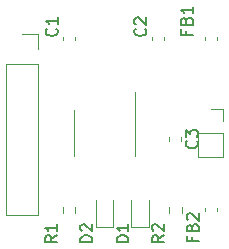
<source format=gto>
%TF.GenerationSoftware,KiCad,Pcbnew,7.0.9*%
%TF.CreationDate,2024-04-03T22:09:18+09:00*%
%TF.ProjectId,max31855,6d617833-3138-4353-952e-6b696361645f,rev?*%
%TF.SameCoordinates,Original*%
%TF.FileFunction,Legend,Top*%
%TF.FilePolarity,Positive*%
%FSLAX46Y46*%
G04 Gerber Fmt 4.6, Leading zero omitted, Abs format (unit mm)*
G04 Created by KiCad (PCBNEW 7.0.9) date 2024-04-03 22:09:18*
%MOMM*%
%LPD*%
G01*
G04 APERTURE LIST*
%ADD10C,0.150000*%
%ADD11C,0.120000*%
G04 APERTURE END LIST*
D10*
X128431009Y-120333333D02*
X128431009Y-120666666D01*
X128954819Y-120666666D02*
X127954819Y-120666666D01*
X127954819Y-120666666D02*
X127954819Y-120190476D01*
X128431009Y-119476190D02*
X128478628Y-119333333D01*
X128478628Y-119333333D02*
X128526247Y-119285714D01*
X128526247Y-119285714D02*
X128621485Y-119238095D01*
X128621485Y-119238095D02*
X128764342Y-119238095D01*
X128764342Y-119238095D02*
X128859580Y-119285714D01*
X128859580Y-119285714D02*
X128907200Y-119333333D01*
X128907200Y-119333333D02*
X128954819Y-119428571D01*
X128954819Y-119428571D02*
X128954819Y-119809523D01*
X128954819Y-119809523D02*
X127954819Y-119809523D01*
X127954819Y-119809523D02*
X127954819Y-119476190D01*
X127954819Y-119476190D02*
X128002438Y-119380952D01*
X128002438Y-119380952D02*
X128050057Y-119333333D01*
X128050057Y-119333333D02*
X128145295Y-119285714D01*
X128145295Y-119285714D02*
X128240533Y-119285714D01*
X128240533Y-119285714D02*
X128335771Y-119333333D01*
X128335771Y-119333333D02*
X128383390Y-119380952D01*
X128383390Y-119380952D02*
X128431009Y-119476190D01*
X128431009Y-119476190D02*
X128431009Y-119809523D01*
X128050057Y-118857142D02*
X128002438Y-118809523D01*
X128002438Y-118809523D02*
X127954819Y-118714285D01*
X127954819Y-118714285D02*
X127954819Y-118476190D01*
X127954819Y-118476190D02*
X128002438Y-118380952D01*
X128002438Y-118380952D02*
X128050057Y-118333333D01*
X128050057Y-118333333D02*
X128145295Y-118285714D01*
X128145295Y-118285714D02*
X128240533Y-118285714D01*
X128240533Y-118285714D02*
X128383390Y-118333333D01*
X128383390Y-118333333D02*
X128954819Y-118904761D01*
X128954819Y-118904761D02*
X128954819Y-118285714D01*
X127931009Y-102833333D02*
X127931009Y-103166666D01*
X128454819Y-103166666D02*
X127454819Y-103166666D01*
X127454819Y-103166666D02*
X127454819Y-102690476D01*
X127931009Y-101976190D02*
X127978628Y-101833333D01*
X127978628Y-101833333D02*
X128026247Y-101785714D01*
X128026247Y-101785714D02*
X128121485Y-101738095D01*
X128121485Y-101738095D02*
X128264342Y-101738095D01*
X128264342Y-101738095D02*
X128359580Y-101785714D01*
X128359580Y-101785714D02*
X128407200Y-101833333D01*
X128407200Y-101833333D02*
X128454819Y-101928571D01*
X128454819Y-101928571D02*
X128454819Y-102309523D01*
X128454819Y-102309523D02*
X127454819Y-102309523D01*
X127454819Y-102309523D02*
X127454819Y-101976190D01*
X127454819Y-101976190D02*
X127502438Y-101880952D01*
X127502438Y-101880952D02*
X127550057Y-101833333D01*
X127550057Y-101833333D02*
X127645295Y-101785714D01*
X127645295Y-101785714D02*
X127740533Y-101785714D01*
X127740533Y-101785714D02*
X127835771Y-101833333D01*
X127835771Y-101833333D02*
X127883390Y-101880952D01*
X127883390Y-101880952D02*
X127931009Y-101976190D01*
X127931009Y-101976190D02*
X127931009Y-102309523D01*
X128454819Y-100785714D02*
X128454819Y-101357142D01*
X128454819Y-101071428D02*
X127454819Y-101071428D01*
X127454819Y-101071428D02*
X127597676Y-101166666D01*
X127597676Y-101166666D02*
X127692914Y-101261904D01*
X127692914Y-101261904D02*
X127740533Y-101357142D01*
X128789580Y-112166666D02*
X128837200Y-112214285D01*
X128837200Y-112214285D02*
X128884819Y-112357142D01*
X128884819Y-112357142D02*
X128884819Y-112452380D01*
X128884819Y-112452380D02*
X128837200Y-112595237D01*
X128837200Y-112595237D02*
X128741961Y-112690475D01*
X128741961Y-112690475D02*
X128646723Y-112738094D01*
X128646723Y-112738094D02*
X128456247Y-112785713D01*
X128456247Y-112785713D02*
X128313390Y-112785713D01*
X128313390Y-112785713D02*
X128122914Y-112738094D01*
X128122914Y-112738094D02*
X128027676Y-112690475D01*
X128027676Y-112690475D02*
X127932438Y-112595237D01*
X127932438Y-112595237D02*
X127884819Y-112452380D01*
X127884819Y-112452380D02*
X127884819Y-112357142D01*
X127884819Y-112357142D02*
X127932438Y-112214285D01*
X127932438Y-112214285D02*
X127980057Y-112166666D01*
X127884819Y-111833332D02*
X127884819Y-111214285D01*
X127884819Y-111214285D02*
X128265771Y-111547618D01*
X128265771Y-111547618D02*
X128265771Y-111404761D01*
X128265771Y-111404761D02*
X128313390Y-111309523D01*
X128313390Y-111309523D02*
X128361009Y-111261904D01*
X128361009Y-111261904D02*
X128456247Y-111214285D01*
X128456247Y-111214285D02*
X128694342Y-111214285D01*
X128694342Y-111214285D02*
X128789580Y-111261904D01*
X128789580Y-111261904D02*
X128837200Y-111309523D01*
X128837200Y-111309523D02*
X128884819Y-111404761D01*
X128884819Y-111404761D02*
X128884819Y-111690475D01*
X128884819Y-111690475D02*
X128837200Y-111785713D01*
X128837200Y-111785713D02*
X128789580Y-111833332D01*
X124429580Y-102666666D02*
X124477200Y-102714285D01*
X124477200Y-102714285D02*
X124524819Y-102857142D01*
X124524819Y-102857142D02*
X124524819Y-102952380D01*
X124524819Y-102952380D02*
X124477200Y-103095237D01*
X124477200Y-103095237D02*
X124381961Y-103190475D01*
X124381961Y-103190475D02*
X124286723Y-103238094D01*
X124286723Y-103238094D02*
X124096247Y-103285713D01*
X124096247Y-103285713D02*
X123953390Y-103285713D01*
X123953390Y-103285713D02*
X123762914Y-103238094D01*
X123762914Y-103238094D02*
X123667676Y-103190475D01*
X123667676Y-103190475D02*
X123572438Y-103095237D01*
X123572438Y-103095237D02*
X123524819Y-102952380D01*
X123524819Y-102952380D02*
X123524819Y-102857142D01*
X123524819Y-102857142D02*
X123572438Y-102714285D01*
X123572438Y-102714285D02*
X123620057Y-102666666D01*
X123620057Y-102285713D02*
X123572438Y-102238094D01*
X123572438Y-102238094D02*
X123524819Y-102142856D01*
X123524819Y-102142856D02*
X123524819Y-101904761D01*
X123524819Y-101904761D02*
X123572438Y-101809523D01*
X123572438Y-101809523D02*
X123620057Y-101761904D01*
X123620057Y-101761904D02*
X123715295Y-101714285D01*
X123715295Y-101714285D02*
X123810533Y-101714285D01*
X123810533Y-101714285D02*
X123953390Y-101761904D01*
X123953390Y-101761904D02*
X124524819Y-102333332D01*
X124524819Y-102333332D02*
X124524819Y-101714285D01*
X116929580Y-102666666D02*
X116977200Y-102714285D01*
X116977200Y-102714285D02*
X117024819Y-102857142D01*
X117024819Y-102857142D02*
X117024819Y-102952380D01*
X117024819Y-102952380D02*
X116977200Y-103095237D01*
X116977200Y-103095237D02*
X116881961Y-103190475D01*
X116881961Y-103190475D02*
X116786723Y-103238094D01*
X116786723Y-103238094D02*
X116596247Y-103285713D01*
X116596247Y-103285713D02*
X116453390Y-103285713D01*
X116453390Y-103285713D02*
X116262914Y-103238094D01*
X116262914Y-103238094D02*
X116167676Y-103190475D01*
X116167676Y-103190475D02*
X116072438Y-103095237D01*
X116072438Y-103095237D02*
X116024819Y-102952380D01*
X116024819Y-102952380D02*
X116024819Y-102857142D01*
X116024819Y-102857142D02*
X116072438Y-102714285D01*
X116072438Y-102714285D02*
X116120057Y-102666666D01*
X117024819Y-101714285D02*
X117024819Y-102285713D01*
X117024819Y-101999999D02*
X116024819Y-101999999D01*
X116024819Y-101999999D02*
X116167676Y-102095237D01*
X116167676Y-102095237D02*
X116262914Y-102190475D01*
X116262914Y-102190475D02*
X116310533Y-102285713D01*
X119954819Y-120738094D02*
X118954819Y-120738094D01*
X118954819Y-120738094D02*
X118954819Y-120499999D01*
X118954819Y-120499999D02*
X119002438Y-120357142D01*
X119002438Y-120357142D02*
X119097676Y-120261904D01*
X119097676Y-120261904D02*
X119192914Y-120214285D01*
X119192914Y-120214285D02*
X119383390Y-120166666D01*
X119383390Y-120166666D02*
X119526247Y-120166666D01*
X119526247Y-120166666D02*
X119716723Y-120214285D01*
X119716723Y-120214285D02*
X119811961Y-120261904D01*
X119811961Y-120261904D02*
X119907200Y-120357142D01*
X119907200Y-120357142D02*
X119954819Y-120499999D01*
X119954819Y-120499999D02*
X119954819Y-120738094D01*
X119050057Y-119785713D02*
X119002438Y-119738094D01*
X119002438Y-119738094D02*
X118954819Y-119642856D01*
X118954819Y-119642856D02*
X118954819Y-119404761D01*
X118954819Y-119404761D02*
X119002438Y-119309523D01*
X119002438Y-119309523D02*
X119050057Y-119261904D01*
X119050057Y-119261904D02*
X119145295Y-119214285D01*
X119145295Y-119214285D02*
X119240533Y-119214285D01*
X119240533Y-119214285D02*
X119383390Y-119261904D01*
X119383390Y-119261904D02*
X119954819Y-119833332D01*
X119954819Y-119833332D02*
X119954819Y-119214285D01*
X123024819Y-120738094D02*
X122024819Y-120738094D01*
X122024819Y-120738094D02*
X122024819Y-120499999D01*
X122024819Y-120499999D02*
X122072438Y-120357142D01*
X122072438Y-120357142D02*
X122167676Y-120261904D01*
X122167676Y-120261904D02*
X122262914Y-120214285D01*
X122262914Y-120214285D02*
X122453390Y-120166666D01*
X122453390Y-120166666D02*
X122596247Y-120166666D01*
X122596247Y-120166666D02*
X122786723Y-120214285D01*
X122786723Y-120214285D02*
X122881961Y-120261904D01*
X122881961Y-120261904D02*
X122977200Y-120357142D01*
X122977200Y-120357142D02*
X123024819Y-120499999D01*
X123024819Y-120499999D02*
X123024819Y-120738094D01*
X123024819Y-119214285D02*
X123024819Y-119785713D01*
X123024819Y-119499999D02*
X122024819Y-119499999D01*
X122024819Y-119499999D02*
X122167676Y-119595237D01*
X122167676Y-119595237D02*
X122262914Y-119690475D01*
X122262914Y-119690475D02*
X122310533Y-119785713D01*
X126024819Y-120166666D02*
X125548628Y-120499999D01*
X126024819Y-120738094D02*
X125024819Y-120738094D01*
X125024819Y-120738094D02*
X125024819Y-120357142D01*
X125024819Y-120357142D02*
X125072438Y-120261904D01*
X125072438Y-120261904D02*
X125120057Y-120214285D01*
X125120057Y-120214285D02*
X125215295Y-120166666D01*
X125215295Y-120166666D02*
X125358152Y-120166666D01*
X125358152Y-120166666D02*
X125453390Y-120214285D01*
X125453390Y-120214285D02*
X125501009Y-120261904D01*
X125501009Y-120261904D02*
X125548628Y-120357142D01*
X125548628Y-120357142D02*
X125548628Y-120738094D01*
X125120057Y-119785713D02*
X125072438Y-119738094D01*
X125072438Y-119738094D02*
X125024819Y-119642856D01*
X125024819Y-119642856D02*
X125024819Y-119404761D01*
X125024819Y-119404761D02*
X125072438Y-119309523D01*
X125072438Y-119309523D02*
X125120057Y-119261904D01*
X125120057Y-119261904D02*
X125215295Y-119214285D01*
X125215295Y-119214285D02*
X125310533Y-119214285D01*
X125310533Y-119214285D02*
X125453390Y-119261904D01*
X125453390Y-119261904D02*
X126024819Y-119833332D01*
X126024819Y-119833332D02*
X126024819Y-119214285D01*
X116954819Y-120166666D02*
X116478628Y-120499999D01*
X116954819Y-120738094D02*
X115954819Y-120738094D01*
X115954819Y-120738094D02*
X115954819Y-120357142D01*
X115954819Y-120357142D02*
X116002438Y-120261904D01*
X116002438Y-120261904D02*
X116050057Y-120214285D01*
X116050057Y-120214285D02*
X116145295Y-120166666D01*
X116145295Y-120166666D02*
X116288152Y-120166666D01*
X116288152Y-120166666D02*
X116383390Y-120214285D01*
X116383390Y-120214285D02*
X116431009Y-120261904D01*
X116431009Y-120261904D02*
X116478628Y-120357142D01*
X116478628Y-120357142D02*
X116478628Y-120738094D01*
X116954819Y-119214285D02*
X116954819Y-119785713D01*
X116954819Y-119499999D02*
X115954819Y-119499999D01*
X115954819Y-119499999D02*
X116097676Y-119595237D01*
X116097676Y-119595237D02*
X116192914Y-119690475D01*
X116192914Y-119690475D02*
X116240533Y-119785713D01*
D11*
%TO.C,U1*%
X123560000Y-111500000D02*
X123560000Y-113450000D01*
X118440000Y-111500000D02*
X118440000Y-113450000D01*
X123560000Y-111500000D02*
X123560000Y-108050000D01*
X118440000Y-111500000D02*
X118440000Y-109550000D01*
%TO.C,FB2*%
X130510000Y-118140580D02*
X130510000Y-117859420D01*
X129490000Y-118140580D02*
X129490000Y-117859420D01*
%TO.C,FB1*%
X129490000Y-103359420D02*
X129490000Y-103640580D01*
X130510000Y-103359420D02*
X130510000Y-103640580D01*
%TO.C,C3*%
X126490000Y-111859420D02*
X126490000Y-112140580D01*
X127510000Y-111859420D02*
X127510000Y-112140580D01*
%TO.C,C2*%
X126010000Y-103640580D02*
X126010000Y-103359420D01*
X124990000Y-103640580D02*
X124990000Y-103359420D01*
%TO.C,C1*%
X118510000Y-103640580D02*
X118510000Y-103359420D01*
X117490000Y-103640580D02*
X117490000Y-103359420D01*
%TO.C,J2*%
X128940000Y-111500000D02*
X131060000Y-111500000D01*
X131060000Y-109440000D02*
X131060000Y-110500000D01*
X128940000Y-111500000D02*
X128940000Y-113560000D01*
X131060000Y-111500000D02*
X131060000Y-113560000D01*
X128940000Y-113560000D02*
X131060000Y-113560000D01*
X130000000Y-109440000D02*
X131060000Y-109440000D01*
%TO.C,J1*%
X112670000Y-118450000D02*
X115330000Y-118450000D01*
X112670000Y-105690000D02*
X112670000Y-118450000D01*
X115330000Y-103090000D02*
X115330000Y-104420000D01*
X115330000Y-105690000D02*
X115330000Y-118450000D01*
X112670000Y-105690000D02*
X115330000Y-105690000D01*
X114000000Y-103090000D02*
X115330000Y-103090000D01*
%TO.C,D2*%
X120265000Y-117200000D02*
X120265000Y-119485000D01*
X121735000Y-119485000D02*
X121735000Y-117200000D01*
X120265000Y-119485000D02*
X121735000Y-119485000D01*
%TO.C,D1*%
X123265000Y-117200000D02*
X123265000Y-119485000D01*
X124735000Y-119485000D02*
X124735000Y-117200000D01*
X123265000Y-119485000D02*
X124735000Y-119485000D01*
%TO.C,R2*%
X127522500Y-118237258D02*
X127522500Y-117762742D01*
X126477500Y-118237258D02*
X126477500Y-117762742D01*
%TO.C,R1*%
X118522500Y-118237258D02*
X118522500Y-117762742D01*
X117477500Y-118237258D02*
X117477500Y-117762742D01*
%TD*%
M02*

</source>
